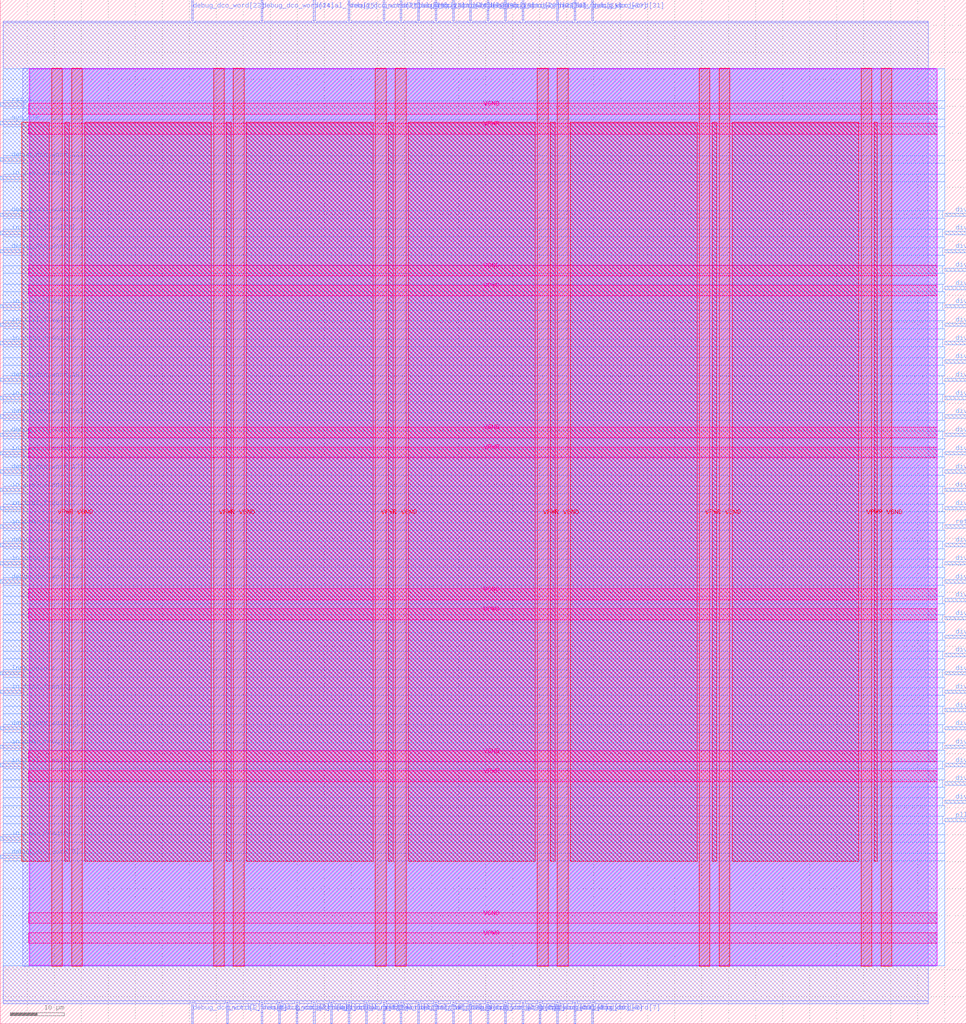
<source format=lef>
VERSION 5.7 ;
  NOWIREEXTENSIONATPIN ON ;
  DIVIDERCHAR "/" ;
  BUSBITCHARS "[]" ;
MACRO pll_top
  CLASS BLOCK ;
  FOREIGN pll_top ;
  ORIGIN 0.000 0.000 ;
  SIZE 179.015 BY 189.735 ;
  PIN VGND
    DIRECTION INOUT ;
    USE GROUND ;
    PORT
      LAYER met4 ;
        RECT 13.220 10.640 15.220 177.040 ;
    END
    PORT
      LAYER met4 ;
        RECT 43.220 10.640 45.220 177.040 ;
    END
    PORT
      LAYER met4 ;
        RECT 73.220 10.640 75.220 177.040 ;
    END
    PORT
      LAYER met4 ;
        RECT 103.220 10.640 105.220 177.040 ;
    END
    PORT
      LAYER met4 ;
        RECT 133.220 10.640 135.220 177.040 ;
    END
    PORT
      LAYER met4 ;
        RECT 163.220 10.640 165.220 177.040 ;
    END
    PORT
      LAYER met5 ;
        RECT 5.280 18.580 173.660 20.580 ;
    END
    PORT
      LAYER met5 ;
        RECT 5.280 48.580 173.660 50.580 ;
    END
    PORT
      LAYER met5 ;
        RECT 5.280 78.580 173.660 80.580 ;
    END
    PORT
      LAYER met5 ;
        RECT 5.280 108.580 173.660 110.580 ;
    END
    PORT
      LAYER met5 ;
        RECT 5.280 138.580 173.660 140.580 ;
    END
    PORT
      LAYER met5 ;
        RECT 5.280 168.580 173.660 170.580 ;
    END
  END VGND
  PIN VPWR
    DIRECTION INOUT ;
    USE POWER ;
    PORT
      LAYER met4 ;
        RECT 9.520 10.640 11.520 177.040 ;
    END
    PORT
      LAYER met4 ;
        RECT 39.520 10.640 41.520 177.040 ;
    END
    PORT
      LAYER met4 ;
        RECT 69.520 10.640 71.520 177.040 ;
    END
    PORT
      LAYER met4 ;
        RECT 99.520 10.640 101.520 177.040 ;
    END
    PORT
      LAYER met4 ;
        RECT 129.520 10.640 131.520 177.040 ;
    END
    PORT
      LAYER met4 ;
        RECT 159.520 10.640 161.520 177.040 ;
    END
    PORT
      LAYER met5 ;
        RECT 5.280 14.880 173.660 16.880 ;
    END
    PORT
      LAYER met5 ;
        RECT 5.280 44.880 173.660 46.880 ;
    END
    PORT
      LAYER met5 ;
        RECT 5.280 74.880 173.660 76.880 ;
    END
    PORT
      LAYER met5 ;
        RECT 5.280 104.880 173.660 106.880 ;
    END
    PORT
      LAYER met5 ;
        RECT 5.280 134.880 173.660 136.880 ;
    END
    PORT
      LAYER met5 ;
        RECT 5.280 164.880 173.660 166.880 ;
    END
  END VPWR
  PIN debug_dco_word[0]
    DIRECTION OUTPUT ;
    USE SIGNAL ;
    ANTENNADIFFAREA 0.445500 ;
    PORT
      LAYER met3 ;
        RECT 0.000 30.640 4.000 31.240 ;
    END
  END debug_dco_word[0]
  PIN debug_dco_word[10]
    DIRECTION OUTPUT ;
    USE SIGNAL ;
    ANTENNADIFFAREA 0.445500 ;
    PORT
      LAYER met2 ;
        RECT 103.130 0.000 103.410 4.000 ;
    END
  END debug_dco_word[10]
  PIN debug_dco_word[11]
    DIRECTION OUTPUT ;
    USE SIGNAL ;
    ANTENNADIFFAREA 0.445500 ;
    PORT
      LAYER met2 ;
        RECT 67.710 0.000 67.990 4.000 ;
    END
  END debug_dco_word[11]
  PIN debug_dco_word[12]
    DIRECTION OUTPUT ;
    USE SIGNAL ;
    ANTENNADIFFAREA 0.445500 ;
    PORT
      LAYER met2 ;
        RECT 96.690 0.000 96.970 4.000 ;
    END
  END debug_dco_word[12]
  PIN debug_dco_word[13]
    DIRECTION OUTPUT ;
    USE SIGNAL ;
    ANTENNADIFFAREA 0.445500 ;
    PORT
      LAYER met2 ;
        RECT 87.030 0.000 87.310 4.000 ;
    END
  END debug_dco_word[13]
  PIN debug_dco_word[14]
    DIRECTION OUTPUT ;
    USE SIGNAL ;
    ANTENNADIFFAREA 0.445500 ;
    PORT
      LAYER met3 ;
        RECT 0.000 81.640 4.000 82.240 ;
    END
  END debug_dco_word[14]
  PIN debug_dco_word[15]
    DIRECTION OUTPUT ;
    USE SIGNAL ;
    ANTENNADIFFAREA 0.445500 ;
    PORT
      LAYER met3 ;
        RECT 0.000 88.440 4.000 89.040 ;
    END
  END debug_dco_word[15]
  PIN debug_dco_word[16]
    DIRECTION OUTPUT ;
    USE SIGNAL ;
    ANTENNADIFFAREA 0.445500 ;
    PORT
      LAYER met3 ;
        RECT 0.000 108.840 4.000 109.440 ;
    END
  END debug_dco_word[16]
  PIN debug_dco_word[17]
    DIRECTION OUTPUT ;
    USE SIGNAL ;
    ANTENNADIFFAREA 0.445500 ;
    PORT
      LAYER met3 ;
        RECT 0.000 102.040 4.000 102.640 ;
    END
  END debug_dco_word[17]
  PIN debug_dco_word[18]
    DIRECTION OUTPUT ;
    USE SIGNAL ;
    ANTENNADIFFAREA 0.445500 ;
    PORT
      LAYER met3 ;
        RECT 0.000 112.240 4.000 112.840 ;
    END
  END debug_dco_word[18]
  PIN debug_dco_word[19]
    DIRECTION OUTPUT ;
    USE SIGNAL ;
    ANTENNADIFFAREA 0.445500 ;
    PORT
      LAYER met3 ;
        RECT 0.000 119.040 4.000 119.640 ;
    END
  END debug_dco_word[19]
  PIN debug_dco_word[1]
    DIRECTION OUTPUT ;
    USE SIGNAL ;
    ANTENNADIFFAREA 0.445500 ;
    PORT
      LAYER met3 ;
        RECT 0.000 54.440 4.000 55.040 ;
    END
  END debug_dco_word[1]
  PIN debug_dco_word[20]
    DIRECTION OUTPUT ;
    USE SIGNAL ;
    ANTENNADIFFAREA 0.445500 ;
    PORT
      LAYER met3 ;
        RECT 0.000 142.840 4.000 143.440 ;
    END
  END debug_dco_word[20]
  PIN debug_dco_word[21]
    DIRECTION OUTPUT ;
    USE SIGNAL ;
    ANTENNADIFFAREA 0.445500 ;
    PORT
      LAYER met3 ;
        RECT 0.000 149.640 4.000 150.240 ;
    END
  END debug_dco_word[21]
  PIN debug_dco_word[22]
    DIRECTION OUTPUT ;
    USE SIGNAL ;
    ANTENNADIFFAREA 0.445500 ;
    PORT
      LAYER met3 ;
        RECT 0.000 159.840 4.000 160.440 ;
    END
  END debug_dco_word[22]
  PIN debug_dco_word[23]
    DIRECTION OUTPUT ;
    USE SIGNAL ;
    ANTENNADIFFAREA 0.445500 ;
    PORT
      LAYER met2 ;
        RECT 35.510 185.735 35.790 189.735 ;
    END
  END debug_dco_word[23]
  PIN debug_dco_word[24]
    DIRECTION OUTPUT ;
    USE SIGNAL ;
    ANTENNADIFFAREA 0.445500 ;
    PORT
      LAYER met2 ;
        RECT 48.390 185.735 48.670 189.735 ;
    END
  END debug_dco_word[24]
  PIN debug_dco_word[25]
    DIRECTION OUTPUT ;
    USE SIGNAL ;
    ANTENNADIFFAREA 0.445500 ;
    PORT
      LAYER met2 ;
        RECT 64.490 185.735 64.770 189.735 ;
    END
  END debug_dco_word[25]
  PIN debug_dco_word[26]
    DIRECTION OUTPUT ;
    USE SIGNAL ;
    ANTENNADIFFAREA 0.445500 ;
    PORT
      LAYER met2 ;
        RECT 77.370 185.735 77.650 189.735 ;
    END
  END debug_dco_word[26]
  PIN debug_dco_word[27]
    DIRECTION OUTPUT ;
    USE SIGNAL ;
    ANTENNADIFFAREA 0.445500 ;
    PORT
      LAYER met2 ;
        RECT 80.590 185.735 80.870 189.735 ;
    END
  END debug_dco_word[27]
  PIN debug_dco_word[28]
    DIRECTION OUTPUT ;
    USE SIGNAL ;
    ANTENNADIFFAREA 0.445500 ;
    PORT
      LAYER met2 ;
        RECT 90.250 185.735 90.530 189.735 ;
    END
  END debug_dco_word[28]
  PIN debug_dco_word[29]
    DIRECTION OUTPUT ;
    USE SIGNAL ;
    ANTENNADIFFAREA 0.445500 ;
    PORT
      LAYER met2 ;
        RECT 93.470 185.735 93.750 189.735 ;
    END
  END debug_dco_word[29]
  PIN debug_dco_word[2]
    DIRECTION OUTPUT ;
    USE SIGNAL ;
    ANTENNADIFFAREA 0.445500 ;
    PORT
      LAYER met2 ;
        RECT 35.510 0.000 35.790 4.000 ;
    END
  END debug_dco_word[2]
  PIN debug_dco_word[30]
    DIRECTION OUTPUT ;
    USE SIGNAL ;
    ANTENNADIFFAREA 0.445500 ;
    PORT
      LAYER met2 ;
        RECT 106.350 185.735 106.630 189.735 ;
    END
  END debug_dco_word[30]
  PIN debug_dco_word[31]
    DIRECTION OUTPUT ;
    USE SIGNAL ;
    ANTENNADIFFAREA 0.445500 ;
    PORT
      LAYER met2 ;
        RECT 109.570 185.735 109.850 189.735 ;
    END
  END debug_dco_word[31]
  PIN debug_dco_word[3]
    DIRECTION OUTPUT ;
    USE SIGNAL ;
    ANTENNADIFFAREA 0.445500 ;
    PORT
      LAYER met2 ;
        RECT 48.390 0.000 48.670 4.000 ;
    END
  END debug_dco_word[3]
  PIN debug_dco_word[4]
    DIRECTION OUTPUT ;
    USE SIGNAL ;
    ANTENNADIFFAREA 0.445500 ;
    PORT
      LAYER met2 ;
        RECT 51.610 0.000 51.890 4.000 ;
    END
  END debug_dco_word[4]
  PIN debug_dco_word[5]
    DIRECTION OUTPUT ;
    USE SIGNAL ;
    ANTENNADIFFAREA 0.445500 ;
    PORT
      LAYER met2 ;
        RECT 61.270 0.000 61.550 4.000 ;
    END
  END debug_dco_word[5]
  PIN debug_dco_word[6]
    DIRECTION OUTPUT ;
    USE SIGNAL ;
    ANTENNADIFFAREA 0.445500 ;
    PORT
      LAYER met2 ;
        RECT 90.250 0.000 90.530 4.000 ;
    END
  END debug_dco_word[6]
  PIN debug_dco_word[7]
    DIRECTION OUTPUT ;
    USE SIGNAL ;
    ANTENNADIFFAREA 0.445500 ;
    PORT
      LAYER met2 ;
        RECT 109.570 0.000 109.850 4.000 ;
    END
  END debug_dco_word[7]
  PIN debug_dco_word[8]
    DIRECTION OUTPUT ;
    USE SIGNAL ;
    ANTENNADIFFAREA 0.445500 ;
    PORT
      LAYER met2 ;
        RECT 99.910 0.000 100.190 4.000 ;
    END
  END debug_dco_word[8]
  PIN debug_dco_word[9]
    DIRECTION OUTPUT ;
    USE SIGNAL ;
    ANTENNADIFFAREA 0.445500 ;
    PORT
      LAYER met2 ;
        RECT 106.350 0.000 106.630 4.000 ;
    END
  END debug_dco_word[9]
  PIN div_val[0]
    DIRECTION INPUT ;
    USE SIGNAL ;
    ANTENNAGATEAREA 0.196500 ;
    PORT
      LAYER met3 ;
        RECT 175.015 129.240 179.015 129.840 ;
    END
  END div_val[0]
  PIN div_val[10]
    DIRECTION INPUT ;
    USE SIGNAL ;
    ANTENNAGATEAREA 0.196500 ;
    PORT
      LAYER met3 ;
        RECT 175.015 115.640 179.015 116.240 ;
    END
  END div_val[10]
  PIN div_val[11]
    DIRECTION INPUT ;
    USE SIGNAL ;
    ANTENNAGATEAREA 0.126000 ;
    PORT
      LAYER met3 ;
        RECT 175.015 112.240 179.015 112.840 ;
    END
  END div_val[11]
  PIN div_val[12]
    DIRECTION INPUT ;
    USE SIGNAL ;
    ANTENNAGATEAREA 0.196500 ;
    PORT
      LAYER met3 ;
        RECT 175.015 105.440 179.015 106.040 ;
    END
  END div_val[12]
  PIN div_val[13]
    DIRECTION INPUT ;
    USE SIGNAL ;
    ANTENNAGATEAREA 0.196500 ;
    PORT
      LAYER met3 ;
        RECT 175.015 108.840 179.015 109.440 ;
    END
  END div_val[13]
  PIN div_val[14]
    DIRECTION INPUT ;
    USE SIGNAL ;
    ANTENNAGATEAREA 0.126000 ;
    PORT
      LAYER met3 ;
        RECT 175.015 102.040 179.015 102.640 ;
    END
  END div_val[14]
  PIN div_val[15]
    DIRECTION INPUT ;
    USE SIGNAL ;
    ANTENNAGATEAREA 0.196500 ;
    PORT
      LAYER met3 ;
        RECT 175.015 98.640 179.015 99.240 ;
    END
  END div_val[15]
  PIN div_val[16]
    DIRECTION INPUT ;
    USE SIGNAL ;
    ANTENNAGATEAREA 0.196500 ;
    PORT
      LAYER met3 ;
        RECT 175.015 95.240 179.015 95.840 ;
    END
  END div_val[16]
  PIN div_val[17]
    DIRECTION INPUT ;
    USE SIGNAL ;
    ANTENNAGATEAREA 0.196500 ;
    PORT
      LAYER met3 ;
        RECT 175.015 88.440 179.015 89.040 ;
    END
  END div_val[17]
  PIN div_val[18]
    DIRECTION INPUT ;
    USE SIGNAL ;
    ANTENNAGATEAREA 0.196500 ;
    PORT
      LAYER met3 ;
        RECT 175.015 85.040 179.015 85.640 ;
    END
  END div_val[18]
  PIN div_val[19]
    DIRECTION INPUT ;
    USE SIGNAL ;
    ANTENNAGATEAREA 0.196500 ;
    PORT
      LAYER met3 ;
        RECT 175.015 81.640 179.015 82.240 ;
    END
  END div_val[19]
  PIN div_val[1]
    DIRECTION INPUT ;
    USE SIGNAL ;
    ANTENNAGATEAREA 0.196500 ;
    PORT
      LAYER met3 ;
        RECT 175.015 122.440 179.015 123.040 ;
    END
  END div_val[1]
  PIN div_val[20]
    DIRECTION INPUT ;
    USE SIGNAL ;
    ANTENNAGATEAREA 0.196500 ;
    PORT
      LAYER met3 ;
        RECT 175.015 71.440 179.015 72.040 ;
    END
  END div_val[20]
  PIN div_val[21]
    DIRECTION INPUT ;
    USE SIGNAL ;
    ANTENNAGATEAREA 0.196500 ;
    PORT
      LAYER met3 ;
        RECT 175.015 78.240 179.015 78.840 ;
    END
  END div_val[21]
  PIN div_val[22]
    DIRECTION INPUT ;
    USE SIGNAL ;
    ANTENNAGATEAREA 0.196500 ;
    PORT
      LAYER met3 ;
        RECT 175.015 57.840 179.015 58.440 ;
    END
  END div_val[22]
  PIN div_val[23]
    DIRECTION INPUT ;
    USE SIGNAL ;
    ANTENNAGATEAREA 0.126000 ;
    PORT
      LAYER met3 ;
        RECT 175.015 40.840 179.015 41.440 ;
    END
  END div_val[23]
  PIN div_val[24]
    DIRECTION INPUT ;
    USE SIGNAL ;
    ANTENNAGATEAREA 0.196500 ;
    PORT
      LAYER met3 ;
        RECT 175.015 44.240 179.015 44.840 ;
    END
  END div_val[24]
  PIN div_val[25]
    DIRECTION INPUT ;
    USE SIGNAL ;
    ANTENNAGATEAREA 0.196500 ;
    PORT
      LAYER met3 ;
        RECT 175.015 51.040 179.015 51.640 ;
    END
  END div_val[25]
  PIN div_val[26]
    DIRECTION INPUT ;
    USE SIGNAL ;
    ANTENNAGATEAREA 0.126000 ;
    PORT
      LAYER met3 ;
        RECT 175.015 47.640 179.015 48.240 ;
    END
  END div_val[26]
  PIN div_val[27]
    DIRECTION INPUT ;
    USE SIGNAL ;
    ANTENNAGATEAREA 0.196500 ;
    PORT
      LAYER met3 ;
        RECT 175.015 54.440 179.015 55.040 ;
    END
  END div_val[27]
  PIN div_val[28]
    DIRECTION INPUT ;
    USE SIGNAL ;
    ANTENNAGATEAREA 0.196500 ;
    PORT
      LAYER met3 ;
        RECT 175.015 61.240 179.015 61.840 ;
    END
  END div_val[28]
  PIN div_val[29]
    DIRECTION INPUT ;
    USE SIGNAL ;
    ANTENNAGATEAREA 0.126000 ;
    PORT
      LAYER met3 ;
        RECT 175.015 64.640 179.015 65.240 ;
    END
  END div_val[29]
  PIN div_val[2]
    DIRECTION INPUT ;
    USE SIGNAL ;
    ANTENNAGATEAREA 0.126000 ;
    PORT
      LAYER met3 ;
        RECT 175.015 119.040 179.015 119.640 ;
    END
  END div_val[2]
  PIN div_val[30]
    DIRECTION INPUT ;
    USE SIGNAL ;
    ANTENNAGATEAREA 0.126000 ;
    PORT
      LAYER met3 ;
        RECT 175.015 68.040 179.015 68.640 ;
    END
  END div_val[30]
  PIN div_val[31]
    DIRECTION INPUT ;
    USE SIGNAL ;
    ANTENNAGATEAREA 0.196500 ;
    PORT
      LAYER met3 ;
        RECT 175.015 74.840 179.015 75.440 ;
    END
  END div_val[31]
  PIN div_val[3]
    DIRECTION INPUT ;
    USE SIGNAL ;
    ANTENNAGATEAREA 0.196500 ;
    PORT
      LAYER met3 ;
        RECT 175.015 125.840 179.015 126.440 ;
    END
  END div_val[3]
  PIN div_val[4]
    DIRECTION INPUT ;
    USE SIGNAL ;
    ANTENNAGATEAREA 0.196500 ;
    PORT
      LAYER met3 ;
        RECT 175.015 136.040 179.015 136.640 ;
    END
  END div_val[4]
  PIN div_val[5]
    DIRECTION INPUT ;
    USE SIGNAL ;
    ANTENNAGATEAREA 0.126000 ;
    PORT
      LAYER met3 ;
        RECT 175.015 139.440 179.015 140.040 ;
    END
  END div_val[5]
  PIN div_val[6]
    DIRECTION INPUT ;
    USE SIGNAL ;
    ANTENNAGATEAREA 0.196500 ;
    PORT
      LAYER met3 ;
        RECT 175.015 149.640 179.015 150.240 ;
    END
  END div_val[6]
  PIN div_val[7]
    DIRECTION INPUT ;
    USE SIGNAL ;
    ANTENNAGATEAREA 0.196500 ;
    PORT
      LAYER met3 ;
        RECT 175.015 146.240 179.015 146.840 ;
    END
  END div_val[7]
  PIN div_val[8]
    DIRECTION INPUT ;
    USE SIGNAL ;
    ANTENNAGATEAREA 0.196500 ;
    PORT
      LAYER met3 ;
        RECT 175.015 142.840 179.015 143.440 ;
    END
  END div_val[8]
  PIN div_val[9]
    DIRECTION INPUT ;
    USE SIGNAL ;
    ANTENNAGATEAREA 0.196500 ;
    PORT
      LAYER met3 ;
        RECT 175.015 132.640 179.015 133.240 ;
    END
  END div_val[9]
  PIN initial_freq[0]
    DIRECTION INPUT ;
    USE SIGNAL ;
    ANTENNAGATEAREA 0.196500 ;
    PORT
      LAYER met3 ;
        RECT 0.000 34.040 4.000 34.640 ;
    END
  END initial_freq[0]
  PIN initial_freq[10]
    DIRECTION INPUT ;
    USE SIGNAL ;
    ANTENNAGATEAREA 0.196500 ;
    PORT
      LAYER met3 ;
        RECT 0.000 51.040 4.000 51.640 ;
    END
  END initial_freq[10]
  PIN initial_freq[11]
    DIRECTION INPUT ;
    USE SIGNAL ;
    ANTENNAGATEAREA 0.196500 ;
    PORT
      LAYER met2 ;
        RECT 70.930 0.000 71.210 4.000 ;
    END
  END initial_freq[11]
  PIN initial_freq[12]
    DIRECTION INPUT ;
    USE SIGNAL ;
    ANTENNAGATEAREA 0.196500 ;
    PORT
      LAYER met2 ;
        RECT 74.150 0.000 74.430 4.000 ;
    END
  END initial_freq[12]
  PIN initial_freq[13]
    DIRECTION INPUT ;
    USE SIGNAL ;
    ANTENNAGATEAREA 0.196500 ;
    PORT
      LAYER met2 ;
        RECT 77.370 0.000 77.650 4.000 ;
    END
  END initial_freq[13]
  PIN initial_freq[14]
    DIRECTION INPUT ;
    USE SIGNAL ;
    ANTENNAGATEAREA 0.196500 ;
    PORT
      LAYER met3 ;
        RECT 0.000 85.040 4.000 85.640 ;
    END
  END initial_freq[14]
  PIN initial_freq[15]
    DIRECTION INPUT ;
    USE SIGNAL ;
    ANTENNAGATEAREA 0.196500 ;
    PORT
      LAYER met3 ;
        RECT 0.000 91.840 4.000 92.440 ;
    END
  END initial_freq[15]
  PIN initial_freq[16]
    DIRECTION INPUT ;
    USE SIGNAL ;
    ANTENNAGATEAREA 0.196500 ;
    PORT
      LAYER met3 ;
        RECT 0.000 95.240 4.000 95.840 ;
    END
  END initial_freq[16]
  PIN initial_freq[17]
    DIRECTION INPUT ;
    USE SIGNAL ;
    ANTENNAGATEAREA 0.196500 ;
    PORT
      LAYER met3 ;
        RECT 0.000 98.640 4.000 99.240 ;
    END
  END initial_freq[17]
  PIN initial_freq[18]
    DIRECTION INPUT ;
    USE SIGNAL ;
    ANTENNAGATEAREA 0.196500 ;
    PORT
      LAYER met3 ;
        RECT 0.000 105.440 4.000 106.040 ;
    END
  END initial_freq[18]
  PIN initial_freq[19]
    DIRECTION INPUT ;
    USE SIGNAL ;
    ANTENNAGATEAREA 0.196500 ;
    PORT
      LAYER met3 ;
        RECT 0.000 115.640 4.000 116.240 ;
    END
  END initial_freq[19]
  PIN initial_freq[1]
    DIRECTION INPUT ;
    USE SIGNAL ;
    ANTENNAGATEAREA 0.196500 ;
    PORT
      LAYER met3 ;
        RECT 0.000 61.240 4.000 61.840 ;
    END
  END initial_freq[1]
  PIN initial_freq[20]
    DIRECTION INPUT ;
    USE SIGNAL ;
    ANTENNAGATEAREA 0.196500 ;
    PORT
      LAYER met3 ;
        RECT 0.000 125.840 4.000 126.440 ;
    END
  END initial_freq[20]
  PIN initial_freq[21]
    DIRECTION INPUT ;
    USE SIGNAL ;
    ANTENNAGATEAREA 0.196500 ;
    PORT
      LAYER met3 ;
        RECT 0.000 129.240 4.000 129.840 ;
    END
  END initial_freq[21]
  PIN initial_freq[22]
    DIRECTION INPUT ;
    USE SIGNAL ;
    ANTENNAGATEAREA 0.196500 ;
    PORT
      LAYER met3 ;
        RECT 0.000 156.440 4.000 157.040 ;
    END
  END initial_freq[22]
  PIN initial_freq[23]
    DIRECTION INPUT ;
    USE SIGNAL ;
    ANTENNAGATEAREA 0.196500 ;
    PORT
      LAYER met3 ;
        RECT 0.000 146.240 4.000 146.840 ;
    END
  END initial_freq[23]
  PIN initial_freq[24]
    DIRECTION INPUT ;
    USE SIGNAL ;
    ANTENNAGATEAREA 0.196500 ;
    PORT
      LAYER met3 ;
        RECT 0.000 132.640 4.000 133.240 ;
    END
  END initial_freq[24]
  PIN initial_freq[25]
    DIRECTION INPUT ;
    USE SIGNAL ;
    ANTENNAGATEAREA 0.196500 ;
    PORT
      LAYER met2 ;
        RECT 58.050 185.735 58.330 189.735 ;
    END
  END initial_freq[25]
  PIN initial_freq[26]
    DIRECTION INPUT ;
    USE SIGNAL ;
    ANTENNAGATEAREA 0.196500 ;
    PORT
      LAYER met2 ;
        RECT 70.930 185.735 71.210 189.735 ;
    END
  END initial_freq[26]
  PIN initial_freq[27]
    DIRECTION INPUT ;
    USE SIGNAL ;
    ANTENNAGATEAREA 0.196500 ;
    PORT
      LAYER met2 ;
        RECT 74.150 185.735 74.430 189.735 ;
    END
  END initial_freq[27]
  PIN initial_freq[28]
    DIRECTION INPUT ;
    USE SIGNAL ;
    ANTENNAGATEAREA 0.196500 ;
    PORT
      LAYER met2 ;
        RECT 83.810 185.735 84.090 189.735 ;
    END
  END initial_freq[28]
  PIN initial_freq[29]
    DIRECTION INPUT ;
    USE SIGNAL ;
    ANTENNAGATEAREA 0.196500 ;
    PORT
      LAYER met2 ;
        RECT 87.030 185.735 87.310 189.735 ;
    END
  END initial_freq[29]
  PIN initial_freq[2]
    DIRECTION INPUT ;
    USE SIGNAL ;
    ANTENNAGATEAREA 0.196500 ;
    PORT
      LAYER met3 ;
        RECT 0.000 47.640 4.000 48.240 ;
    END
  END initial_freq[2]
  PIN initial_freq[30]
    DIRECTION INPUT ;
    USE SIGNAL ;
    ANTENNAGATEAREA 0.196500 ;
    PORT
      LAYER met2 ;
        RECT 96.690 185.735 96.970 189.735 ;
    END
  END initial_freq[30]
  PIN initial_freq[31]
    DIRECTION INPUT ;
    USE SIGNAL ;
    ANTENNAGATEAREA 0.196500 ;
    PORT
      LAYER met2 ;
        RECT 103.130 185.735 103.410 189.735 ;
    END
  END initial_freq[31]
  PIN initial_freq[3]
    DIRECTION INPUT ;
    USE SIGNAL ;
    ANTENNAGATEAREA 0.196500 ;
    PORT
      LAYER met2 ;
        RECT 41.950 0.000 42.230 4.000 ;
    END
  END initial_freq[3]
  PIN initial_freq[4]
    DIRECTION INPUT ;
    USE SIGNAL ;
    ANTENNAGATEAREA 0.196500 ;
    PORT
      LAYER met2 ;
        RECT 54.830 0.000 55.110 4.000 ;
    END
  END initial_freq[4]
  PIN initial_freq[5]
    DIRECTION INPUT ;
    USE SIGNAL ;
    ANTENNAGATEAREA 0.196500 ;
    PORT
      LAYER met2 ;
        RECT 64.490 0.000 64.770 4.000 ;
    END
  END initial_freq[5]
  PIN initial_freq[6]
    DIRECTION INPUT ;
    USE SIGNAL ;
    ANTENNAGATEAREA 0.196500 ;
    PORT
      LAYER met2 ;
        RECT 80.590 0.000 80.870 4.000 ;
    END
  END initial_freq[6]
  PIN initial_freq[7]
    DIRECTION INPUT ;
    USE SIGNAL ;
    ANTENNAGATEAREA 0.196500 ;
    PORT
      LAYER met2 ;
        RECT 93.470 0.000 93.750 4.000 ;
    END
  END initial_freq[7]
  PIN initial_freq[8]
    DIRECTION INPUT ;
    USE SIGNAL ;
    ANTENNAGATEAREA 0.196500 ;
    PORT
      LAYER met2 ;
        RECT 83.810 0.000 84.090 4.000 ;
    END
  END initial_freq[8]
  PIN initial_freq[9]
    DIRECTION INPUT ;
    USE SIGNAL ;
    ANTENNAGATEAREA 0.196500 ;
    PORT
      LAYER met2 ;
        RECT 58.050 0.000 58.330 4.000 ;
    END
  END initial_freq[9]
  PIN lock_detect
    DIRECTION OUTPUT ;
    USE SIGNAL ;
    ANTENNADIFFAREA 0.445500 ;
    PORT
      LAYER met3 ;
        RECT 0.000 64.640 4.000 65.240 ;
    END
  END lock_detect
  PIN pll_out
    DIRECTION OUTPUT ;
    USE SIGNAL ;
    ANTENNADIFFAREA 0.445500 ;
    PORT
      LAYER met3 ;
        RECT 175.015 37.440 179.015 38.040 ;
    END
  END pll_out
  PIN ref_clk
    DIRECTION INPUT ;
    USE SIGNAL ;
    ANTENNAGATEAREA 0.196500 ;
    PORT
      LAYER met3 ;
        RECT 175.015 91.840 179.015 92.440 ;
    END
  END ref_clk
  PIN rst_n
    DIRECTION INPUT ;
    USE SIGNAL ;
    ANTENNAGATEAREA 0.196500 ;
    PORT
      LAYER met3 ;
        RECT 0.000 170.040 4.000 170.640 ;
    END
  END rst_n
  PIN sys_clk
    DIRECTION INPUT ;
    USE SIGNAL ;
    ANTENNAGATEAREA 0.852000 ;
    PORT
      LAYER met3 ;
        RECT 0.000 166.640 4.000 167.240 ;
    END
  END sys_clk
  OBS
      LAYER nwell ;
        RECT 5.330 10.795 173.610 176.990 ;
      LAYER li1 ;
        RECT 5.520 10.795 173.420 176.885 ;
      LAYER met1 ;
        RECT 4.210 10.640 173.420 177.040 ;
      LAYER met2 ;
        RECT 0.550 185.455 35.230 185.735 ;
        RECT 36.070 185.455 48.110 185.735 ;
        RECT 48.950 185.455 57.770 185.735 ;
        RECT 58.610 185.455 64.210 185.735 ;
        RECT 65.050 185.455 70.650 185.735 ;
        RECT 71.490 185.455 73.870 185.735 ;
        RECT 74.710 185.455 77.090 185.735 ;
        RECT 77.930 185.455 80.310 185.735 ;
        RECT 81.150 185.455 83.530 185.735 ;
        RECT 84.370 185.455 86.750 185.735 ;
        RECT 87.590 185.455 89.970 185.735 ;
        RECT 90.810 185.455 93.190 185.735 ;
        RECT 94.030 185.455 96.410 185.735 ;
        RECT 97.250 185.455 102.850 185.735 ;
        RECT 103.690 185.455 106.070 185.735 ;
        RECT 106.910 185.455 109.290 185.735 ;
        RECT 110.130 185.455 171.950 185.735 ;
        RECT 0.550 4.280 171.950 185.455 ;
        RECT 0.550 3.670 35.230 4.280 ;
        RECT 36.070 3.670 41.670 4.280 ;
        RECT 42.510 3.670 48.110 4.280 ;
        RECT 48.950 3.670 51.330 4.280 ;
        RECT 52.170 3.670 54.550 4.280 ;
        RECT 55.390 3.670 57.770 4.280 ;
        RECT 58.610 3.670 60.990 4.280 ;
        RECT 61.830 3.670 64.210 4.280 ;
        RECT 65.050 3.670 67.430 4.280 ;
        RECT 68.270 3.670 70.650 4.280 ;
        RECT 71.490 3.670 73.870 4.280 ;
        RECT 74.710 3.670 77.090 4.280 ;
        RECT 77.930 3.670 80.310 4.280 ;
        RECT 81.150 3.670 83.530 4.280 ;
        RECT 84.370 3.670 86.750 4.280 ;
        RECT 87.590 3.670 89.970 4.280 ;
        RECT 90.810 3.670 93.190 4.280 ;
        RECT 94.030 3.670 96.410 4.280 ;
        RECT 97.250 3.670 99.630 4.280 ;
        RECT 100.470 3.670 102.850 4.280 ;
        RECT 103.690 3.670 106.070 4.280 ;
        RECT 106.910 3.670 109.290 4.280 ;
        RECT 110.130 3.670 171.950 4.280 ;
      LAYER met3 ;
        RECT 0.525 171.040 175.015 176.965 ;
        RECT 4.400 169.640 175.015 171.040 ;
        RECT 0.525 167.640 175.015 169.640 ;
        RECT 4.400 166.240 175.015 167.640 ;
        RECT 0.525 160.840 175.015 166.240 ;
        RECT 4.400 159.440 175.015 160.840 ;
        RECT 0.525 157.440 175.015 159.440 ;
        RECT 4.400 156.040 175.015 157.440 ;
        RECT 0.525 150.640 175.015 156.040 ;
        RECT 4.400 149.240 174.615 150.640 ;
        RECT 0.525 147.240 175.015 149.240 ;
        RECT 4.400 145.840 174.615 147.240 ;
        RECT 0.525 143.840 175.015 145.840 ;
        RECT 4.400 142.440 174.615 143.840 ;
        RECT 0.525 140.440 175.015 142.440 ;
        RECT 0.525 139.040 174.615 140.440 ;
        RECT 0.525 137.040 175.015 139.040 ;
        RECT 0.525 135.640 174.615 137.040 ;
        RECT 0.525 133.640 175.015 135.640 ;
        RECT 4.400 132.240 174.615 133.640 ;
        RECT 0.525 130.240 175.015 132.240 ;
        RECT 4.400 128.840 174.615 130.240 ;
        RECT 0.525 126.840 175.015 128.840 ;
        RECT 4.400 125.440 174.615 126.840 ;
        RECT 0.525 123.440 175.015 125.440 ;
        RECT 0.525 122.040 174.615 123.440 ;
        RECT 0.525 120.040 175.015 122.040 ;
        RECT 4.400 118.640 174.615 120.040 ;
        RECT 0.525 116.640 175.015 118.640 ;
        RECT 4.400 115.240 174.615 116.640 ;
        RECT 0.525 113.240 175.015 115.240 ;
        RECT 4.400 111.840 174.615 113.240 ;
        RECT 0.525 109.840 175.015 111.840 ;
        RECT 4.400 108.440 174.615 109.840 ;
        RECT 0.525 106.440 175.015 108.440 ;
        RECT 4.400 105.040 174.615 106.440 ;
        RECT 0.525 103.040 175.015 105.040 ;
        RECT 4.400 101.640 174.615 103.040 ;
        RECT 0.525 99.640 175.015 101.640 ;
        RECT 4.400 98.240 174.615 99.640 ;
        RECT 0.525 96.240 175.015 98.240 ;
        RECT 4.400 94.840 174.615 96.240 ;
        RECT 0.525 92.840 175.015 94.840 ;
        RECT 4.400 91.440 174.615 92.840 ;
        RECT 0.525 89.440 175.015 91.440 ;
        RECT 4.400 88.040 174.615 89.440 ;
        RECT 0.525 86.040 175.015 88.040 ;
        RECT 4.400 84.640 174.615 86.040 ;
        RECT 0.525 82.640 175.015 84.640 ;
        RECT 4.400 81.240 174.615 82.640 ;
        RECT 0.525 79.240 175.015 81.240 ;
        RECT 0.525 77.840 174.615 79.240 ;
        RECT 0.525 75.840 175.015 77.840 ;
        RECT 0.525 74.440 174.615 75.840 ;
        RECT 0.525 72.440 175.015 74.440 ;
        RECT 0.525 71.040 174.615 72.440 ;
        RECT 0.525 69.040 175.015 71.040 ;
        RECT 0.525 67.640 174.615 69.040 ;
        RECT 0.525 65.640 175.015 67.640 ;
        RECT 4.400 64.240 174.615 65.640 ;
        RECT 0.525 62.240 175.015 64.240 ;
        RECT 4.400 60.840 174.615 62.240 ;
        RECT 0.525 58.840 175.015 60.840 ;
        RECT 0.525 57.440 174.615 58.840 ;
        RECT 0.525 55.440 175.015 57.440 ;
        RECT 4.400 54.040 174.615 55.440 ;
        RECT 0.525 52.040 175.015 54.040 ;
        RECT 4.400 50.640 174.615 52.040 ;
        RECT 0.525 48.640 175.015 50.640 ;
        RECT 4.400 47.240 174.615 48.640 ;
        RECT 0.525 45.240 175.015 47.240 ;
        RECT 0.525 43.840 174.615 45.240 ;
        RECT 0.525 41.840 175.015 43.840 ;
        RECT 0.525 40.440 174.615 41.840 ;
        RECT 0.525 38.440 175.015 40.440 ;
        RECT 0.525 37.040 174.615 38.440 ;
        RECT 0.525 35.040 175.015 37.040 ;
        RECT 4.400 33.640 175.015 35.040 ;
        RECT 0.525 31.640 175.015 33.640 ;
        RECT 4.400 30.240 175.015 31.640 ;
        RECT 0.525 10.715 175.015 30.240 ;
      LAYER met4 ;
        RECT 3.975 30.095 9.120 167.105 ;
        RECT 11.920 30.095 12.820 167.105 ;
        RECT 15.620 30.095 39.120 167.105 ;
        RECT 41.920 30.095 42.820 167.105 ;
        RECT 45.620 30.095 69.120 167.105 ;
        RECT 71.920 30.095 72.820 167.105 ;
        RECT 75.620 30.095 99.120 167.105 ;
        RECT 101.920 30.095 102.820 167.105 ;
        RECT 105.620 30.095 129.120 167.105 ;
        RECT 131.920 30.095 132.820 167.105 ;
        RECT 135.620 30.095 159.120 167.105 ;
        RECT 161.920 30.095 162.545 167.105 ;
  END
END pll_top
END LIBRARY


</source>
